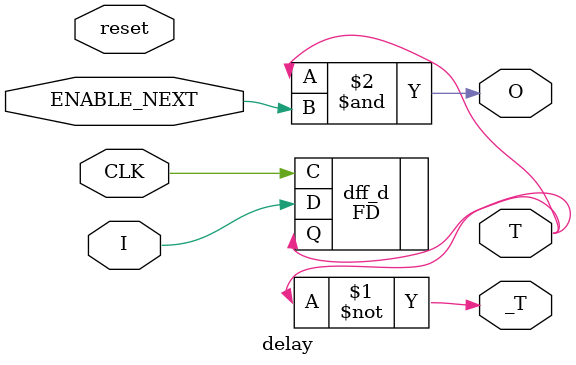
<source format=v>
`timescale 1ns / 1ps


module delay(
    input ENABLE_NEXT,
    input I,
    input reset,
    input CLK,
    output O,
    output T,
    output _T
    );
//    FDCE #(
//      .INIT(1'b0) // Initial value of register (1'b0 or 1'b1)
//   ) dff_d (
//      .Q(T),      // 1-bit Data output
//      .C(CLK),      // 1-bit Clock input
//      .CE(1),    // 1-bit Clock enable input
//      .CLR(reset),  // 1-bit Asynchronous clear input
//      .D(I)       // 1-bit Data input
//   );
    
    
        FD dff_d (
       .D(I),
       .C( CLK),
       .Q( T)
       );
    assign _T = ~T;
    assign  O = T & ENABLE_NEXT;
    
endmodule

</source>
